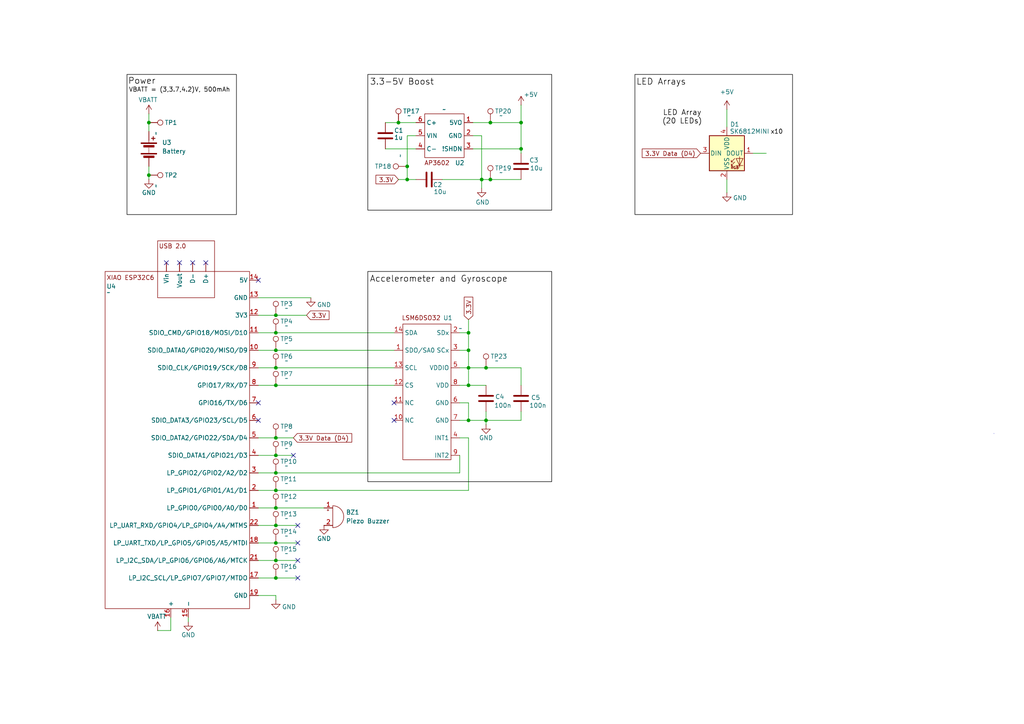
<source format=kicad_sch>
(kicad_sch (version 20231120) (generator "eeschema") (generator_version "8.0")
  (paper "A4")
  (title_block (title "LED20 Updated Schematic") (date "2024-11-04") (rev "2") (company "Team 01") (comment 1 "Schematic of LED20 prototype"))
  (lib_symbols
    (symbol "Connector:TestPoint" (pin_numbers hide) (pin_names (offset 0.762) hide)
      (property "Reference" "TP" (at 0 6.858 0))
      (property "Value" "TestPoint" (at 0 5.08 0))
      (symbol "TestPoint_0_1"
        (circle (center 0 3.302) (radius 0.762))
      )
      (symbol "TestPoint_1_1"
        (pin passive line (at 0 0 90) (length 2.54) (name "1") (number "1"))
      )
    )
    (symbol "Device:Battery" (pin_numbers hide) (pin_names (offset 0) hide)
      (property "Reference" "U3" (at 3.81 1.8416 0))
      (property "Value" "Battery" (at 3.81 -0.6984 0))
      (symbol "Battery_0_1"
        (rectangle (start -2.286 -1.27) (end 2.286 -1.524) (fill (type outline)))
        (rectangle (start -2.286 1.778) (end 2.286 1.524) (fill (type outline)))
        (rectangle (start -1.524 -2.032) (end 1.524 -2.54) (fill (type outline)))
        (rectangle (start -1.524 1.016) (end 1.524 0.508) (fill (type outline)))
        (polyline (pts (xy 0 -1.016) (xy 0 -0.762)))
        (polyline (pts (xy 0 -0.508) (xy 0 -0.254)))
        (polyline (pts (xy 0 0) (xy 0 0.254)))
        (polyline (pts (xy 0 1.778) (xy 0 2.54)))
        (polyline (pts (xy 0.762 3.048) (xy 1.778 3.048)) (stroke (width 0.254)))
        (polyline (pts (xy 1.27 3.556) (xy 1.27 2.54)) (stroke (width 0.254)))
      )
      (symbol "Battery_1_1"
        (pin power_out line (at 0 5.08 270) (length 2.54) (name "+") (number "1"))
        (pin power_out line (at 0 -5.08 90) (length 2.54) (name "-") (number "2"))
      )
    )
    (symbol "Device:Buzzer" (pin_names (offset 0.0254) hide)
      (property "Reference" "BZ" (at 3.81 1.27 0))
      (property "Value" "Buzzer" (at 3.81 -1.27 0))
      (symbol "Buzzer_0_1"
        (arc (start 0 -3.175) (mid 3.1612 0) (end 0 3.175))
        (polyline (pts (xy -1.651 1.905) (xy -1.143 1.905)))
        (polyline (pts (xy -1.397 2.159) (xy -1.397 1.651)))
        (polyline (pts (xy 0 3.175) (xy 0 -3.175)))
      )
      (symbol "Buzzer_1_1"
        (pin passive line (at -2.54 2.54 0) (length 2.54) (name "+") (number "1"))
        (pin passive line (at -2.54 -2.54 0) (length 2.54) (name "-") (number "2"))
      )
    )
    (symbol "Device:C" (pin_numbers hide) (pin_names (offset 0.254))
      (property "Reference" "C" (at 0.635 2.54 0))
      (property "Value" "C" (at 0.635 -2.54 0))
      (symbol "C_0_1"
        (polyline (pts (xy -2.032 -0.762) (xy 2.032 -0.762)) (stroke (width 0.508)))
        (polyline (pts (xy -2.032 0.762) (xy 2.032 0.762)) (stroke (width 0.508)))
      )
      (symbol "C_1_1"
        (pin passive line (at 0 3.81 270) (length 2.794) (name "~") (number "1"))
        (pin passive line (at 0 -3.81 90) (length 2.794) (name "~") (number "2"))
      )
    )
    (symbol "LED20_Library:AP3602"
      (property "Reference" "U" (at 3.302 -14.224 0))
      (symbol "AP3602_0_1"
        (rectangle (start -7.62 0) (end 3.81 -12.7))
      )
      (symbol "AP3602_1_1"
        (text "AP3602" (at -4.064 -14.224 0) (effects (font (size 1.27 1.27))))
        (pin power_out line (at 6.35 -2.54 180) (length 2.54) (name "5VO") (number "1"))
        (pin power_in line (at 6.35 -6.35 180) (length 2.54) (name "GND") (number "2"))
        (pin input line (at 6.35 -10.16 180) (length 2.54) (name "!SHDN") (number "3"))
        (pin input line (at -10.16 -10.16 0) (length 2.54) (name "C-") (number "4"))
        (pin power_in line (at -10.16 -6.35 0) (length 2.54) (name "VIN") (number "5"))
        (pin input line (at -10.16 -2.54 0) (length 2.54) (name "C+") (number "6"))
      )
    )
    (symbol "LED20_Library:LSM6DSO32"
      (property "Reference" "U1" (at 1.524 4.318 0))
      (property "Value" "~" (at 6.0041 1.27 0))
      (symbol "LSM6DSO32_0_1"
        (rectangle (start -10.16 2.54) (end 3.81 -36.83))
      )
      (symbol "LSM6DSO32_1_1"
        (text "LSM6DSO32" (at -4.826 4.318 0) (effects (font (size 1.27 1.27))))
        (pin output line (at -12.7 -5.08 0) (length 2.54) (name "SDO/SA0") (number "1"))
        (pin unspecified line (at -12.7 -25.4 0) (length 2.54) (name "NC") (number "10"))
        (pin unspecified line (at -12.7 -20.32 0) (length 2.54) (name "NC") (number "11"))
        (pin input line (at -12.7 -15.24 0) (length 2.54) (name "CS") (number "12"))
        (pin output line (at -12.7 -10.16 0) (length 2.54) (name "SCL") (number "13"))
        (pin output line (at -12.7 0 0) (length 2.54) (name "SDA") (number "14"))
        (pin power_in line (at 6.35 0 180) (length 2.54) (name "SDx") (number "2"))
        (pin power_in line (at 6.35 -5.08 180) (length 2.54) (name "SCx") (number "3"))
        (pin output line (at 6.35 -30.48 180) (length 2.54) (name "INT1") (number "4"))
        (pin power_in line (at 6.35 -10.16 180) (length 2.54) (name "VDDIO") (number "5"))
        (pin power_in line (at 6.35 -20.32 180) (length 2.54) (name "GND") (number "6"))
        (pin power_in line (at 6.35 -25.4 180) (length 2.54) (name "GND") (number "7"))
        (pin power_in line (at 6.35 -15.24 180) (length 2.54) (name "VDD") (number "8"))
        (pin output line (at 6.35 -35.56 180) (length 2.54) (name "INT2") (number "9"))
      )
    )
    (symbol "LED20_Library:XIAO_ESP32C6"
      (property "Reference" "U4" (at -24.892 28.702 0))
      (property "Value" "~" (at -25.654 26.924 0))
      (symbol "XIAO_ESP32C6_0_1"
        (rectangle (start -26.67 33.02) (end 15.24 -64.77))
        (rectangle (start -11.43 41.91) (end 5.08 25.4))
      )
      (symbol "XIAO_ESP32C6_1_1"
        (text "USB 2.0" (at -7.112 40.386 0) (effects (font (size 1.27 1.27))))
        (text "XIAO ESP32C6" (at -19.304 31.242 0) (effects (font (size 1.27 1.27))))
        (pin bidirectional line (at 2.54 35.56 270) (length 2.54) (name "D+") (number ""))
        (pin bidirectional line (at -1.27 35.56 270) (length 2.54) (name "D-") (number ""))
        (pin power_in line (at -8.89 35.56 270) (length 2.54) (name "Vin") (number ""))
        (pin power_out line (at -5.08 35.56 270) (length 2.54) (name "Vout") (number ""))
        (pin bidirectional line (at 17.78 -35.56 180) (length 2.54) (name "LP_GPIO0/GPIO0/A0/D0") (number "1"))
        (pin bidirectional line (at 17.78 10.16 180) (length 2.54) (name "SDIO_DATA0/GPIO20/MISO/D9") (number "10"))
        (pin bidirectional line (at 17.78 15.24 180) (length 2.54) (name "SDIO_CMD/GPIO18/MOSI/D10") (number "11"))
        (pin power_out line (at 17.78 20.32 180) (length 2.54) (name "3V3") (number "12"))
        (pin power_in line (at 17.78 25.4 180) (length 2.54) (name "GND") (number "13"))
        (pin power_out line (at 17.78 30.48 180) (length 2.54) (name "5V") (number "14"))
        (pin power_in line (at -2.54 -67.31 90) (length 2.54) (name "-") (number "15"))
        (pin power_in line (at -7.62 -67.31 90) (length 2.54) (name "+") (number "16"))
        (pin bidirectional line (at 17.78 -55.88 180) (length 2.54) (name "LP_I2C_SCL/LP_GPIO7/GPIO7/MTDO") (number "17"))
        (pin bidirectional line (at 17.78 -45.72 180) (length 2.54) (name "LP_UART_TXD/LP_GPIO5/GPIO5/A5/MTDI") (number "18"))
        (pin power_in line (at 17.78 -60.96 180) (length 2.54) (name "GND") (number "19"))
        (pin bidirectional line (at 17.78 -30.48 180) (length 2.54) (name "LP_GPIO1/GPIO1/A1/D1") (number "2"))
        (pin bidirectional line (at 17.78 -50.8 180) (length 2.54) (name "LP_I2C_SDA/LP_GPIO6/GPIO6/A6/MTCK") (number "21"))
        (pin bidirectional line (at 17.78 -40.64 180) (length 2.54) (name "LP_UART_RXD/GPIO4/LP_GPIO4/A4/MTMS") (number "22"))
        (pin bidirectional line (at 17.78 -25.4 180) (length 2.54) (name "LP_GPIO2/GPIO2/A2/D2") (number "3"))
        (pin bidirectional line (at 17.78 -20.32 180) (length 2.54) (name "SDIO_DATA1/GPIO21/D3") (number "4"))
        (pin bidirectional line (at 17.78 -15.24 180) (length 2.54) (name "SDIO_DATA2/GPIO22/SDA/D4") (number "5"))
        (pin bidirectional line (at 17.78 -10.16 180) (length 2.54) (name "SDIO_DATA3/GPIO23/SCL/D5") (number "6"))
        (pin bidirectional line (at 17.78 -5.08 180) (length 2.54) (name "GPIO16/TX/D6") (number "7"))
        (pin bidirectional line (at 17.78 0 180) (length 2.54) (name "GPIO17/RX/D7") (number "8"))
        (pin bidirectional line (at 17.78 5.08 180) (length 2.54) (name "SDIO_CLK/GPIO19/SCK/D8") (number "9"))
      )
    )
    (symbol "LED:SK6812MINI" (pin_names (offset 0.254))
      (property "Reference" "D" (at 5.08 5.715 0))
      (property "Value" "SK6812MINI" (at 1.27 -5.715 0))
      (symbol "SK6812MINI_0_0"
        (text "RGB" (at 2.286 -4.191 0) (effects (font (size 0.762 0.762))))
      )
      (symbol "SK6812MINI_0_1"
        (polyline (pts (xy 1.27 -3.556) (xy 1.778 -3.556)))
        (polyline (pts (xy 1.27 -2.54) (xy 1.778 -2.54)))
        (polyline (pts (xy 4.699 -3.556) (xy 2.667 -3.556)))
        (polyline (pts (xy 2.286 -2.54) (xy 1.27 -3.556) (xy 1.27 -3.048)))
        (polyline (pts (xy 2.286 -1.524) (xy 1.27 -2.54) (xy 1.27 -2.032)))
        (polyline (pts (xy 3.683 -1.016) (xy 3.683 -3.556) (xy 3.683 -4.064)))
        (polyline (pts (xy 4.699 -1.524) (xy 2.667 -1.524) (xy 3.683 -3.556) (xy 4.699 -1.524)))
        (rectangle (start 5.08 5.08) (end -5.08 -5.08) (stroke (width 0.254)) (fill (type background)))
      )
      (symbol "SK6812MINI_1_1"
        (pin output line (at 7.62 0 180) (length 2.54) (name "DOUT") (number "1"))
        (pin power_in line (at 0 -7.62 90) (length 2.54) (name "VSS") (number "2"))
        (pin input line (at -7.62 0 0) (length 2.54) (name "DIN") (number "3"))
        (pin power_in line (at 0 7.62 270) (length 2.54) (name "VDD") (number "4"))
      )
    )
    (symbol "power:+5V" (power) (pin_numbers hide) (pin_names (offset 0) hide)
      (property "Value" "+5V" (at 0 3.556 0))
      (symbol "+5V_0_1"
        (polyline (pts (xy -0.762 1.27) (xy 0 2.54)))
        (polyline (pts (xy 0 0) (xy 0 2.54)))
        (polyline (pts (xy 0 2.54) (xy 0.762 1.27)))
      )
      (symbol "+5V_1_1"
        (pin power_in line (at 0 0 90) (length 0) (name "~") (number "1"))
      )
    )
    (symbol "power:+BATT" (power) (pin_numbers hide) (pin_names (offset 0) hide)
      (property "Value" "+BATT" (at 0 3.556 0))
      (symbol "+BATT_0_1"
        (polyline (pts (xy -0.762 1.27) (xy 0 2.54)))
        (polyline (pts (xy 0 0) (xy 0 2.54)))
        (polyline (pts (xy 0 2.54) (xy 0.762 1.27)))
      )
      (symbol "+BATT_1_1"
        (pin power_in line (at 0 0 90) (length 0) (name "~") (number "1"))
      )
    )
    (symbol "power:GND" (power) (pin_numbers hide) (pin_names (offset 0) hide)
      (property "Value" "GND" (at 0 -3.81 0))
      (symbol "GND_0_1"
        (polyline (pts (xy 0 0) (xy 0 -1.27) (xy 1.27 -1.27) (xy 0 -2.54) (xy -1.27 -1.27) (xy 0 -1.27)))
      )
      (symbol "GND_1_1"
        (pin power_in line (at 0 0 270) (length 0) (name "~") (number "1"))
      )
    )
  )
  (junction (at 140.97 121.92))
  (junction (at 135.89 121.92))
  (junction (at 118.11 52.07))
  (junction (at 135.89 106.68))
  (junction (at 142.24 52.07))
  (junction (at 43.18 35.56))
  (junction (at 80.01 167.64))
  (junction (at 80.01 96.52))
  (junction (at 140.97 106.68))
  (junction (at 139.7 52.07))
  (junction (at 43.18 50.8))
  (junction (at 80.01 106.68))
  (junction (at 135.89 101.6))
  (junction (at 80.01 91.44))
  (junction (at 80.01 142.24))
  (junction (at 80.01 162.56))
  (junction (at 80.01 157.48))
  (junction (at 151.13 43.18))
  (junction (at 80.01 127))
  (junction (at 142.24 35.56))
  (junction (at 135.89 96.52))
  (junction (at 80.01 137.16))
  (junction (at 80.01 132.08))
  (junction (at 80.01 101.6))
  (junction (at 115.57 35.56))
  (junction (at 118.11 48.26))
  (junction (at 80.01 147.32))
  (junction (at 80.01 111.76))
  (junction (at 151.13 35.56))
  (junction (at 135.89 111.76))
  (junction (at 80.01 152.4))
  (no_connect (at 114.3 116.84))
  (no_connect (at 114.3 121.92))
  (no_connect (at 55.88 76.2))
  (no_connect (at 86.36 152.4))
  (no_connect (at 59.69 76.2))
  (no_connect (at 86.36 162.56))
  (no_connect (at 74.93 116.84))
  (no_connect (at 86.36 167.64))
  (no_connect (at 74.93 121.92))
  (no_connect (at 85.09 132.08))
  (no_connect (at 52.07 76.2))
  (no_connect (at 86.36 157.48))
  (no_connect (at 48.26 76.2))
  (no_connect (at 74.93 81.28))
  (wire (pts (xy 139.7 54.61) (xy 139.7 52.07)))
  (wire (pts (xy 135.89 142.24) (xy 135.89 127)))
  (wire (pts (xy 133.35 132.08) (xy 133.35 137.16)))
  (wire (pts (xy 218.44 44.45) (xy 222.25 44.45)))
  (wire (pts (xy 140.97 121.92) (xy 135.89 121.92)))
  (wire (pts (xy 151.13 44.45) (xy 151.13 43.18)))
  (wire (pts (xy 80.01 137.16) (xy 74.93 137.16)))
  (wire (pts (xy 80.01 152.4) (xy 74.93 152.4)))
  (wire (pts (xy 139.7 52.07) (xy 139.7 39.37)))
  (wire (pts (xy 135.89 127) (xy 133.35 127)))
  (wire (pts (xy 80.01 127) (xy 85.09 127)))
  (wire (pts (xy 151.13 30.48) (xy 151.13 35.56)))
  (wire (pts (xy 135.89 96.52) (xy 135.89 92.71)))
  (wire (pts (xy 133.35 116.84) (xy 135.89 116.84)))
  (wire (pts (xy 86.36 152.4) (xy 80.01 152.4)))
  (wire (pts (xy 80.01 101.6) (xy 114.3 101.6)))
  (wire (pts (xy 80.01 157.48) (xy 74.93 157.48)))
  (wire (pts (xy 133.35 101.6) (xy 135.89 101.6)))
  (wire (pts (xy 133.35 137.16) (xy 80.01 137.16)))
  (wire (pts (xy 135.89 111.76) (xy 140.97 111.76)))
  (wire (pts (xy 142.24 52.07) (xy 139.7 52.07)))
  (wire (pts (xy 80.01 132.08) (xy 85.09 132.08)))
  (wire (pts (xy 133.35 121.92) (xy 135.89 121.92)))
  (wire (pts (xy 210.82 52.07) (xy 210.82 55.88)))
  (wire (pts (xy 86.36 167.64) (xy 80.01 167.64)))
  (wire (pts (xy 74.93 106.68) (xy 80.01 106.68)))
  (wire (pts (xy 74.93 142.24) (xy 80.01 142.24)))
  (wire (pts (xy 118.11 52.07) (xy 120.65 52.07)))
  (wire (pts (xy 43.18 50.8) (xy 43.18 52.07)))
  (wire (pts (xy 74.93 101.6) (xy 80.01 101.6)))
  (wire (pts (xy 74.93 86.36) (xy 90.17 86.36)))
  (wire (pts (xy 74.93 132.08) (xy 80.01 132.08)))
  (wire (pts (xy 133.35 111.76) (xy 135.89 111.76)))
  (wire (pts (xy 133.35 96.52) (xy 135.89 96.52)))
  (wire (pts (xy 43.18 48.26) (xy 43.18 50.8)))
  (wire (pts (xy 140.97 123.19) (xy 140.97 121.92)))
  (wire (pts (xy 151.13 111.76) (xy 151.13 106.68)))
  (wire (pts (xy 80.01 142.24) (xy 135.89 142.24)))
  (wire (pts (xy 135.89 111.76) (xy 135.89 106.68)))
  (wire (pts (xy 120.65 39.37) (xy 118.11 39.37)))
  (wire (pts (xy 80.01 167.64) (xy 74.93 167.64)))
  (wire (pts (xy 135.89 106.68) (xy 140.97 106.68)))
  (wire (pts (xy 86.36 162.56) (xy 80.01 162.56)))
  (wire (pts (xy 80.01 91.44) (xy 88.9 91.44)))
  (wire (pts (xy 128.27 52.07) (xy 139.7 52.07)))
  (wire (pts (xy 115.57 35.56) (xy 120.65 35.56)))
  (wire (pts (xy 54.61 179.07) (xy 54.61 180.34)))
  (wire (pts (xy 137.16 39.37) (xy 139.7 39.37)))
  (wire (pts (xy 80.01 106.68) (xy 114.3 106.68)))
  (wire (pts (xy 137.16 35.56) (xy 142.24 35.56)))
  (wire (pts (xy 140.97 121.92) (xy 151.13 121.92)))
  (wire (pts (xy 118.11 48.26) (xy 118.11 52.07)))
  (wire (pts (xy 74.93 96.52) (xy 80.01 96.52)))
  (wire (pts (xy 49.53 179.07) (xy 49.53 182.88)))
  (wire (pts (xy 80.01 162.56) (xy 74.93 162.56)))
  (wire (pts (xy 43.18 35.56) (xy 43.18 38.1)))
  (wire (pts (xy 45.72 182.88) (xy 49.53 182.88)))
  (wire (pts (xy 74.93 111.76) (xy 80.01 111.76)))
  (wire (pts (xy 135.89 106.68) (xy 135.89 101.6)))
  (wire (pts (xy 151.13 52.07) (xy 142.24 52.07)))
  (wire (pts (xy 142.24 35.56) (xy 151.13 35.56)))
  (wire (pts (xy 140.97 119.38) (xy 140.97 121.92)))
  (wire (pts (xy 111.76 35.56) (xy 115.57 35.56)))
  (wire (pts (xy 118.11 39.37) (xy 118.11 48.26)))
  (wire (pts (xy 80.01 147.32) (xy 93.98 147.32)))
  (wire (pts (xy 74.93 147.32) (xy 80.01 147.32)))
  (wire (pts (xy 140.97 106.68) (xy 151.13 106.68)))
  (wire (pts (xy 133.35 106.68) (xy 135.89 106.68)))
  (wire (pts (xy 74.93 172.72) (xy 80.01 172.72)))
  (wire (pts (xy 135.89 116.84) (xy 135.89 121.92)))
  (wire (pts (xy 210.82 31.75) (xy 210.82 36.83)))
  (wire (pts (xy 74.93 91.44) (xy 80.01 91.44)))
  (wire (pts (xy 80.01 172.72) (xy 80.01 173.99)))
  (wire (pts (xy 86.36 157.48) (xy 80.01 157.48)))
  (wire (pts (xy 80.01 96.52) (xy 114.3 96.52)))
  (wire (pts (xy 151.13 119.38) (xy 151.13 121.92)))
  (wire (pts (xy 43.18 33.02) (xy 43.18 35.56)))
  (wire (pts (xy 135.89 101.6) (xy 135.89 96.52)))
  (wire (pts (xy 111.76 43.18) (xy 120.65 43.18)))
  (wire (pts (xy 137.16 43.18) (xy 151.13 43.18)))
  (wire (pts (xy 74.93 127) (xy 80.01 127)))
  (wire (pts (xy 80.01 111.76) (xy 114.3 111.76)))
  (wire (pts (xy 151.13 35.56) (xy 151.13 43.18)))
  (wire (pts (xy 115.57 52.07) (xy 118.11 52.07)))
  (rectangle (start 106.68 78.74) (end 160.02 139.7) (stroke (width 0) (color 0 0 0 1)))
  (rectangle (start 184.15 21.59) (end 229.87 62.23) (stroke (width 0) (color 0 0 0 1)))
  (rectangle (start 106.68 21.59) (end 160.02 60.96) (stroke (width 0) (color 0 0 0 1)))
  (rectangle (start 288.29 125.73) (end 288.29 125.73))
  (rectangle (start 36.83 21.59) (end 68.58 62.23) (stroke (width 0) (color 0 0 0 1)))
  (text "3.3-5V Boost" (at 116.586 23.876 0) (effects (font (size 1.778 1.778))))
  (text "VBATT = (3,3.7,4.2)V, 500mAh" (at 52.07 26.162 0) (effects (font (size 1.27 1.27))))
  (text "LED Arrays" (at 191.77 23.876 0) (effects (font (size 1.778 1.778))))
  (text "Power" (at 41.148 23.622 0) (effects (font (size 1.778 1.778))))
  (text "Accelerometer and Gyroscope\n" (at 127.254 81.026 0) (effects (font (size 1.778 1.778))))
  (text "LED Array\n(20 LEDs)" (at 197.866 34.036 0) (effects (font (size 1.524 1.524))))
  (text "x10" (at 225.298 38.354 0) (effects (font (size 1.27 1.27))))
  (global_label "3.3V" (shape input) (at 135.89 92.71 90) (property "Intersheetrefs" "${INTERSHEET_REFS}" (effects (hide yes))))
  (global_label "3.3V" (shape input) (at 115.57 52.07 180) (property "Intersheetrefs" "${INTERSHEET_REFS}" (effects (hide yes))))
  (global_label "3.3V Data (D4)" (shape input) (at 203.2 44.45 180) (property "Intersheetrefs" "${INTERSHEET_REFS}" (effects (hide yes))))
  (global_label "3.3V Data (D4)" (shape input) (at 85.09 127 0) (property "Intersheetrefs" "${INTERSHEET_REFS}" (effects (hide yes))))
  (global_label "3.3V" (shape input) (at 88.9 91.44 0) (property "Intersheetrefs" "${INTERSHEET_REFS}" (effects (hide yes))))
  (symbol (lib_id "Connector:TestPoint") (at 80.01 137.16 0) (unit 1)
    (property "Reference" "TP10" (at 81.28 133.858 0) (effects (justify left)))
    (property "Value" "~" (at 82.55 135.128 0) (effects (justify left)))
    (property "Footprint" "TestPoint:TestPoint_Pad_D1.0mm" (effects (hide yes)))
    (property "Description" "test point" (effects (hide yes)))
  )
  (symbol (lib_id "Connector:TestPoint") (at 80.01 101.6 0) (unit 1)
    (property "Reference" "TP5" (at 81.28 98.298 0) (effects (justify left)))
    (property "Value" "~" (at 82.55 99.568 0) (effects (justify left)))
    (property "Footprint" "TestPoint:TestPoint_Pad_D1.0mm" (effects (hide yes)))
    (property "Description" "test point" (effects (hide yes)))
  )
  (symbol (lib_id "power:+5V") (at 151.13 30.48 0) (unit 1)
    (property "Reference" "#PWR05" (effects (hide yes)))
    (property "Value" "+5V" (at 153.924 27.432 0))
    (property "Description" "Power symbol creates a global label with name \"+5V\"" (effects (hide yes)))
  )
  (symbol (lib_id "Connector:TestPoint") (at 118.11 48.26 90) (unit 1)
    (property "Reference" "TP18" (at 113.538 48.26 90) (effects (justify left)))
    (property "Value" "~" (at 116.078 45.72 0) (effects (justify left)))
    (property "Footprint" "TestPoint:TestPoint_Pad_D1.0mm" (effects (hide yes)))
    (property "Description" "test point" (effects (hide yes)))
  )
  (symbol (lib_id "Device:C") (at 151.13 115.57 180) (unit 1)
    (property "Reference" "C5" (at 156.718 115.316 0) (effects (justify left)))
    (property "Value" "100n" (at 158.496 117.602 0) (effects (justify left)))
    (property "Footprint" "Capacitor_SMD:C_0603_1608Metric" (effects (hide yes)))
    (property "Description" "Unpolarized capacitor" (effects (hide yes)))
  )
  (symbol (lib_id "Device:C") (at 111.76 39.37 0) (unit 1)
    (property "Reference" "C1" (at 114.3 37.846 0) (effects (justify left)))
    (property "Value" "1u" (at 114.3 39.878 0) (effects (justify left)))
    (property "Footprint" "Capacitor_SMD:C_0603_1608Metric" (effects (hide yes)))
    (property "Description" "Unpolarized capacitor" (effects (hide yes)))
  )
  (symbol (lib_id "power:+5V") (at 210.82 31.75 0) (unit 1)
    (property "Reference" "#PWR08" (effects (hide yes)))
    (property "Value" "+5V" (at 210.82 26.67 0))
    (property "Description" "Power symbol creates a global label with name \"+5V\"" (effects (hide yes)))
  )
  (symbol (lib_id "Connector:TestPoint") (at 80.01 167.64 0) (unit 1)
    (property "Reference" "TP16" (at 81.28 164.338 0) (effects (justify left)))
    (property "Value" "~" (at 82.55 165.608 0) (effects (justify left)))
    (property "Footprint" "TestPoint:TestPoint_Pad_D1.0mm" (effects (hide yes)))
    (property "Description" "test point" (effects (hide yes)))
  )
  (symbol (lib_id "Device:C") (at 151.13 48.26 180) (unit 1)
    (property "Reference" "C3" (at 156.21 46.482 0) (effects (justify left)))
    (property "Value" "10u" (at 157.48 48.768 0) (effects (justify left)))
    (property "Footprint" "Capacitor_SMD:C_0603_1608Metric" (effects (hide yes)))
    (property "Description" "Unpolarized capacitor" (effects (hide yes)))
  )
  (symbol (lib_id "power:GND") (at 93.98 152.4 0) (unit 1)
    (property "Reference" "#PWR015" (effects (hide yes)))
    (property "Value" "GND" (at 93.98 156.21 0))
    (property "Description" "Power symbol creates a global label with name \"GND\" , ground" (effects (hide yes)))
  )
  (symbol (lib_id "Connector:TestPoint") (at 80.01 147.32 0) (unit 1)
    (property "Reference" "TP12" (at 81.28 144.018 0) (effects (justify left)))
    (property "Value" "~" (at 82.55 145.288 0) (effects (justify left)))
    (property "Footprint" "TestPoint:TestPoint_Pad_D1.0mm" (effects (hide yes)))
    (property "Description" "test point" (effects (hide yes)))
  )
  (symbol (lib_id "Connector:TestPoint") (at 80.01 157.48 0) (unit 1)
    (property "Reference" "TP14" (at 81.28 154.178 0) (effects (justify left)))
    (property "Value" "~" (at 82.55 155.448 0) (effects (justify left)))
    (property "Footprint" "TestPoint:TestPoint_Pad_D1.0mm" (effects (hide yes)))
    (property "Description" "test point" (effects (hide yes)))
  )
  (symbol (lib_id "power:GND") (at 210.82 55.88 0) (unit 1)
    (property "Reference" "#PWR010" (effects (hide yes)))
    (property "Value" "GND" (at 214.63 57.404 0))
    (property "Description" "Power symbol creates a global label with name \"GND\" , ground" (effects (hide yes)))
  )
  (symbol (lib_id "power:GND") (at 80.01 173.99 0) (unit 1)
    (property "Reference" "#PWR06" (effects (hide yes)))
    (property "Value" "GND" (at 83.82 176.022 0))
    (property "Description" "Power symbol creates a global label with name \"GND\" , ground" (effects (hide yes)))
  )
  (symbol (lib_id "Connector:TestPoint") (at 80.01 127 0) (unit 1)
    (property "Reference" "TP8" (at 81.28 123.698 0) (effects (justify left)))
    (property "Value" "~" (at 82.55 124.968 0) (effects (justify left)))
    (property "Footprint" "TestPoint:TestPoint_Pad_D1.0mm" (effects (hide yes)))
    (property "Description" "test point" (effects (hide yes)))
  )
  (symbol (lib_id "power:+BATT") (at 45.72 182.88 0) (unit 1)
    (property "Reference" "#PWR03" (effects (hide yes)))
    (property "Value" "VBATT" (at 45.466 178.816 0))
    (property "Description" "Power symbol creates a global label with name \"+BATT\"" (effects (hide yes)))
  )
  (symbol (lib_id "power:GND") (at 43.18 52.07 0) (unit 1)
    (property "Reference" "#PWR01" (effects (hide yes)))
    (property "Value" "GND" (at 43.18 55.88 0))
    (property "Description" "Power symbol creates a global label with name \"GND\" , ground" (effects (hide yes)))
  )
  (symbol (lib_id "LED20_Library:LSM6DSO32") (at 127 96.52 0) (unit 1)
    (property "Reference" "U1" (at 128.524 92.202 0) (effects (justify left)))
    (property "Value" "~" (at 133.0041 95.25 0) (effects (justify left)))
    (property "Footprint" "Led20:LGA-14L_2P5X3X0P83_STM-L" (effects (hide yes)))
  )
  (symbol (lib_id "Connector:TestPoint") (at 80.01 152.4 0) (unit 1)
    (property "Reference" "TP13" (at 81.28 149.098 0) (effects (justify left)))
    (property "Value" "~" (at 82.55 150.368 0) (effects (justify left)))
    (property "Footprint" "TestPoint:TestPoint_Pad_D1.0mm" (effects (hide yes)))
    (property "Description" "test point" (effects (hide yes)))
  )
  (symbol (lib_id "power:GND") (at 54.61 180.34 0) (unit 1)
    (property "Reference" "#PWR04" (effects (hide yes)))
    (property "Value" "GND" (at 54.61 184.15 0))
    (property "Description" "Power symbol creates a global label with name \"GND\" , ground" (effects (hide yes)))
  )
  (symbol (lib_id "Connector:TestPoint") (at 80.01 106.68 0) (unit 1)
    (property "Reference" "TP6" (at 81.28 103.378 0) (effects (justify left)))
    (property "Value" "~" (at 82.55 104.648 0) (effects (justify left)))
    (property "Footprint" "TestPoint:TestPoint_Pad_D1.0mm" (effects (hide yes)))
    (property "Description" "test point" (effects (hide yes)))
  )
  (symbol (lib_id "Connector:TestPoint") (at 142.24 35.56 0) (unit 1)
    (property "Reference" "TP20" (at 143.51 32.258 0) (effects (justify left)))
    (property "Value" "~" (at 144.78 33.528 0) (effects (justify left)))
    (property "Footprint" "TestPoint:TestPoint_Pad_D1.0mm" (effects (hide yes)))
    (property "Description" "test point" (effects (hide yes)))
  )
  (symbol (lib_id "power:GND") (at 140.97 123.19 0) (unit 1)
    (property "Reference" "#PWR014" (effects (hide yes)))
    (property "Value" "GND" (at 140.97 127 0))
    (property "Description" "Power symbol creates a global label with name \"GND\" , ground" (effects (hide yes)))
  )
  (symbol (lib_id "Device:Buzzer") (at 96.52 149.86 0) (unit 1)
    (property "Reference" "BZ1" (at 100.33 148.5899 0) (effects (justify left)))
    (property "Value" "Piezo Buzzer" (at 100.33 151.1299 0) (effects (justify left)))
    (property "Description" "Buzzer, polarized" (effects (hide yes)))
  )
  (symbol (lib_id "Connector:TestPoint") (at 142.24 52.07 0) (unit 1)
    (property "Reference" "TP19" (at 143.51 48.768 0) (effects (justify left)))
    (property "Value" "~" (at 144.78 50.038 0) (effects (justify left)))
    (property "Footprint" "TestPoint:TestPoint_Pad_D1.0mm" (effects (hide yes)))
    (property "Description" "test point" (effects (hide yes)))
  )
  (symbol (lib_id "Connector:TestPoint") (at 80.01 111.76 0) (unit 1)
    (property "Reference" "TP7" (at 81.28 108.458 0) (effects (justify left)))
    (property "Value" "~" (at 82.55 109.728 0) (effects (justify left)))
    (property "Footprint" "TestPoint:TestPoint_Pad_D1.0mm" (effects (hide yes)))
    (property "Description" "test point" (effects (hide yes)))
  )
  (symbol (lib_id "LED20_Library:XIAO_ESP32C6") (at 57.15 111.76 0) (unit 1)
    (property "Reference" "U4" (at 32.258 83.058 0))
    (property "Value" "~" (at 31.496 84.836 0))
    (property "Footprint" "Led20:XIAO-ESP32-C6-SMD" (effects (hide yes)))
  )
  (symbol (lib_id "Connector:TestPoint") (at 43.18 35.56 270) (unit 1)
    (property "Reference" "TP1" (at 47.752 35.56 90) (effects (justify left)))
    (property "Value" "~" (at 45.212 38.1 0) (effects (justify left)))
    (property "Footprint" "TestPoint:TestPoint_Pad_D1.0mm" (effects (hide yes)))
    (property "Description" "test point" (effects (hide yes)))
  )
  (symbol (lib_id "power:+BATT") (at 43.18 33.02 0) (unit 1)
    (property "Reference" "#PWR02" (effects (hide yes)))
    (property "Value" "VBATT" (at 42.926 28.956 0))
    (property "Description" "Power symbol creates a global label with name \"+BATT\"" (effects (hide yes)))
  )
  (symbol (lib_id "Device:Battery") (at 43.18 43.18 0) (unit 1)
    (property "Reference" "U3" (at 46.99 41.3384 0) (effects (justify left)))
    (property "Value" "Battery" (at 46.99 43.8784 0) (effects (justify left)))
    (property "Footprint" "Connector_JST:JST_PH_B2B-PH-K_1x02_P2.00mm_Vertical" (effects (hide yes)))
    (property "Description" "Multiple-cell battery" (effects (hide yes)))
  )
  (symbol (lib_id "Connector:TestPoint") (at 140.97 106.68 0) (unit 1)
    (property "Reference" "TP23" (at 142.24 103.378 0) (effects (justify left)))
    (property "Value" "~" (at 143.51 104.648 0) (effects (justify left)))
    (property "Footprint" "TestPoint:TestPoint_Pad_D1.0mm" (effects (hide yes)))
    (property "Description" "test point" (effects (hide yes)))
  )
  (symbol (lib_id "Connector:TestPoint") (at 115.57 35.56 0) (unit 1)
    (property "Reference" "TP17" (at 116.84 32.258 0) (effects (justify left)))
    (property "Value" "~" (at 118.11 33.528 0) (effects (justify left)))
    (property "Footprint" "TestPoint:TestPoint_Pad_D1.0mm" (effects (hide yes)))
    (property "Description" "test point" (effects (hide yes)))
  )
  (symbol (lib_id "Connector:TestPoint") (at 80.01 142.24 0) (unit 1)
    (property "Reference" "TP11" (at 81.28 138.938 0) (effects (justify left)))
    (property "Value" "~" (at 82.55 140.208 0) (effects (justify left)))
    (property "Footprint" "TestPoint:TestPoint_Pad_D1.0mm" (effects (hide yes)))
    (property "Description" "test point" (effects (hide yes)))
  )
  (symbol (lib_id "LED:SK6812MINI") (at 210.82 44.45 0) (unit 1)
    (property "Reference" "D1" (at 213.106 36.068 0))
    (property "Value" "SK6812MINI" (at 217.424 38.1 0))
    (property "Footprint" "LED_SMD:LED_SK6812MINI_PLCC4_3.5x3.5mm_P1.75mm" (effects (hide yes)))
    (property "Datasheet" "https://cdn-shop.adafruit.com/product-files/2686/SK6812MINI_REV.01-1-2.pdf" (effects (hide yes)))
    (property "Description" "RGB LED with integrated controller" (effects (hide yes)))
  )
  (symbol (lib_id "Connector:TestPoint") (at 43.18 50.8 270) (unit 1)
    (property "Reference" "TP2" (at 47.752 50.8 90) (effects (justify left)))
    (property "Value" "~" (at 45.212 53.34 0) (effects (justify left)))
    (property "Footprint" "TestPoint:TestPoint_Pad_D1.0mm" (effects (hide yes)))
    (property "Description" "test point" (effects (hide yes)))
  )
  (symbol (lib_id "Device:C") (at 124.46 52.07 90) (unit 1)
    (property "Reference" "C2" (at 128.27 53.594 90) (effects (justify left)))
    (property "Value" "10u" (at 129.54 55.626 90) (effects (justify left)))
    (property "Footprint" "Capacitor_SMD:C_0603_1608Metric" (effects (hide yes)))
    (property "Description" "Unpolarized capacitor" (effects (hide yes)))
  )
  (symbol (lib_id "LED20_Library:AP3602") (at 130.81 33.02 0) (unit 1)
    (property "Reference" "U2" (at 133.35 47.244 0))
    (property "Value" "~" (at 128.8282 31.75 0))
    (property "Footprint" "Led20:ChargePump" (effects (hide yes)))
  )
  (symbol (lib_id "Connector:TestPoint") (at 80.01 91.44 0) (unit 1)
    (property "Reference" "TP3" (at 81.28 88.138 0) (effects (justify left)))
    (property "Value" "~" (at 82.55 89.408 0) (effects (justify left)))
    (property "Footprint" "TestPoint:TestPoint_Pad_D1.0mm" (effects (hide yes)))
    (property "Description" "test point" (effects (hide yes)))
  )
  (symbol (lib_id "Connector:TestPoint") (at 80.01 132.08 0) (unit 1)
    (property "Reference" "TP9" (at 81.28 128.778 0) (effects (justify left)))
    (property "Value" "~" (at 82.55 130.048 0) (effects (justify left)))
    (property "Footprint" "TestPoint:TestPoint_Pad_D1.0mm" (effects (hide yes)))
    (property "Description" "test point" (effects (hide yes)))
  )
  (symbol (lib_id "Connector:TestPoint") (at 80.01 162.56 0) (unit 1)
    (property "Reference" "TP15" (at 81.28 159.258 0) (effects (justify left)))
    (property "Value" "~" (at 82.55 160.528 0) (effects (justify left)))
    (property "Footprint" "TestPoint:TestPoint_Pad_D1.0mm" (effects (hide yes)))
    (property "Description" "test point" (effects (hide yes)))
  )
  (symbol (lib_id "power:GND") (at 139.7 54.61 0) (unit 1)
    (property "Reference" "#PWR09" (effects (hide yes)))
    (property "Value" "GND" (at 139.954 58.674 0))
    (property "Description" "Power symbol creates a global label with name \"GND\" , ground" (effects (hide yes)))
  )
  (symbol (lib_id "power:GND") (at 90.17 86.36 0) (unit 1)
    (property "Reference" "#PWR07" (effects (hide yes)))
    (property "Value" "GND" (at 93.98 88.392 0))
    (property "Description" "Power symbol creates a global label with name \"GND\" , ground" (effects (hide yes)))
  )
  (symbol (lib_id "Connector:TestPoint") (at 80.01 96.52 0) (unit 1)
    (property "Reference" "TP4" (at 81.28 93.218 0) (effects (justify left)))
    (property "Value" "~" (at 82.55 94.488 0) (effects (justify left)))
    (property "Footprint" "TestPoint:TestPoint_Pad_D1.0mm" (effects (hide yes)))
    (property "Description" "test point" (effects (hide yes)))
  )
  (symbol (lib_id "Device:C") (at 140.97 115.57 180) (unit 1)
    (property "Reference" "C4" (at 146.304 115.062 0) (effects (justify left)))
    (property "Value" "100n" (at 148.336 117.602 0) (effects (justify left)))
    (property "Footprint" "Capacitor_SMD:C_0603_1608Metric" (effects (hide yes)))
    (property "Description" "Unpolarized capacitor" (effects (hide yes)))
  )
)
</source>
